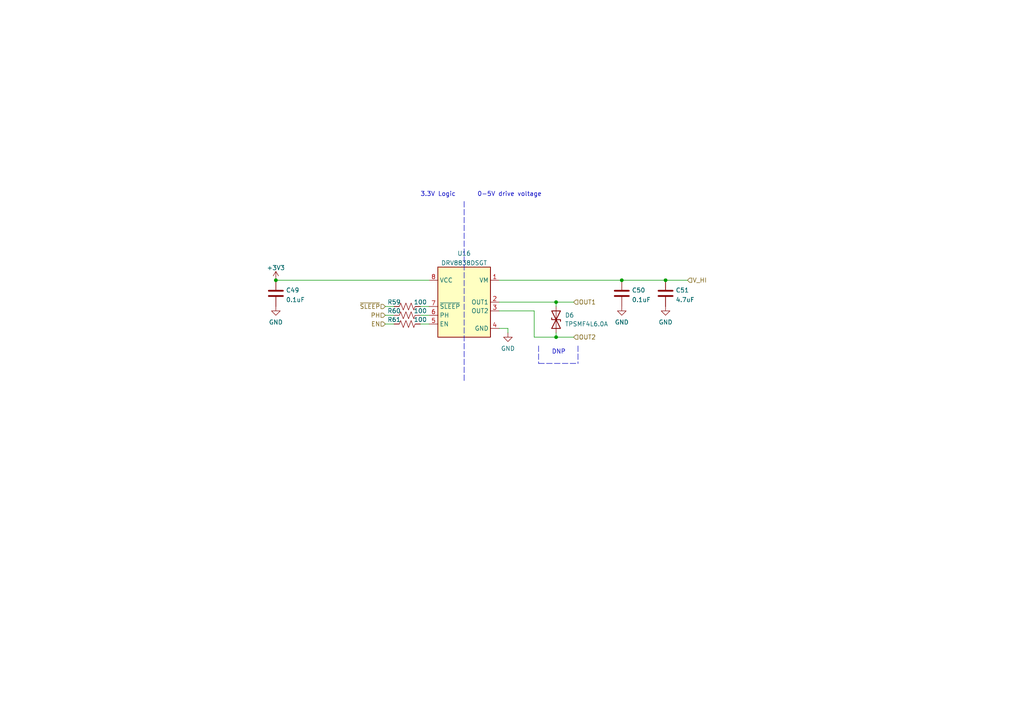
<source format=kicad_sch>
(kicad_sch (version 20211123) (generator eeschema)
  (paper "A4")
  (lib_symbols
    (symbol "Device:C" (pin_numbers hide) (pin_names (offset 0.254))
      (property "Reference" "C" (at 0.635 2.54 0))
      (property "Value" "C" (at 0.635 -2.54 0))
      (symbol "C_0_1"
        (polyline (pts (xy -2.032 -0.762) (xy 2.032 -0.762)) (stroke (width 0.508)))
        (polyline (pts (xy -2.032 0.762) (xy 2.032 0.762)) (stroke (width 0.508)))
      )
      (symbol "C_1_1"
        (pin passive line (at 0 3.81 270) (length 2.794) (name "~") (number "1"))
        (pin passive line (at 0 -3.81 90) (length 2.794) (name "~") (number "2"))
      )
    )
    (symbol "Device:D_TVS" (pin_numbers hide) (pin_names (offset 1.016) hide)
      (property "Reference" "D" (at 0 2.54 0))
      (property "Value" "D_TVS" (at 0 -2.54 0))
      (symbol "D_TVS_0_1"
        (polyline (pts (xy 1.27 0) (xy -1.27 0)))
        (polyline (pts (xy 0.508 1.27) (xy 0 1.27) (xy 0 -1.27) (xy -0.508 -1.27)) (stroke (width 0.254)))
        (polyline (pts (xy -2.54 1.27) (xy -2.54 -1.27) (xy 2.54 1.27) (xy 2.54 -1.27) (xy -2.54 1.27)) (stroke (width 0.254)))
      )
      (symbol "D_TVS_1_1"
        (pin passive line (at -3.81 0 0) (length 2.54) (name "A1") (number "1"))
        (pin passive line (at 3.81 0 180) (length 2.54) (name "A2") (number "2"))
      )
    )
    (symbol "Device:R_US" (pin_numbers hide) (pin_names (offset 0))
      (property "Reference" "R" (at 2.54 0 90))
      (property "Value" "R_US" (at -2.54 0 90))
      (symbol "R_US_0_1"
        (polyline (pts (xy 0 -2.286) (xy 0 -2.54)))
        (polyline (pts (xy 0 2.286) (xy 0 2.54)))
        (polyline (pts (xy 0 -0.762) (xy 1.016 -1.143) (xy 0 -1.524) (xy -1.016 -1.905) (xy 0 -2.286)))
        (polyline (pts (xy 0 0.762) (xy 1.016 0.381) (xy 0 0) (xy -1.016 -0.381) (xy 0 -0.762)))
        (polyline (pts (xy 0 2.286) (xy 1.016 1.905) (xy 0 1.524) (xy -1.016 1.143) (xy 0 0.762)))
      )
      (symbol "R_US_1_1"
        (pin passive line (at 0 3.81 270) (length 1.27) (name "~") (number "1"))
        (pin passive line (at 0 -3.81 90) (length 1.27) (name "~") (number "2"))
      )
    )
    (symbol "magnetotorquer-test-board:DRV8838DSGT"
      (property "Reference" "U" (at 0 13.97 0))
      (property "Value" "DRV8838DSGT" (at 0 11.43 0))
      (symbol "DRV8838DSGT_0_1"
        (rectangle (start -7.62 10.16) (end 7.62 -10.16) (stroke (width 0.254)) (fill (type background)))
      )
      (symbol "DRV8838DSGT_1_1"
        (pin power_in line (at 10.16 6.35 180) (length 2.54) (name "VM") (number "1"))
        (pin output line (at 10.16 0 180) (length 2.54) (name "OUT1") (number "2"))
        (pin output line (at 10.16 -2.54 180) (length 2.54) (name "OUT2") (number "3"))
        (pin power_in line (at 10.16 -7.62 180) (length 2.54) (name "GND") (number "4"))
        (pin input line (at -10.16 -6.35 0) (length 2.54) (name "EN") (number "5"))
        (pin input line (at -10.16 -3.81 0) (length 2.54) (name "PH") (number "6"))
        (pin input line (at -10.16 -1.27 0) (length 2.54) (name "~{SLEEP}") (number "7"))
        (pin power_in line (at -10.16 6.35 0) (length 2.54) (name "VCC") (number "8"))
        (pin passive line (at 10.16 -7.62 180) (length 2.54) hide (name "GND") (number "9"))
      )
    )
    (symbol "power:+3.3V" (power) (pin_names (offset 0))
      (property "Value" "+3.3V" (at 0 3.556 0))
      (symbol "+3.3V_0_1"
        (polyline (pts (xy -0.762 1.27) (xy 0 2.54)))
        (polyline (pts (xy 0 0) (xy 0 2.54)))
        (polyline (pts (xy 0 2.54) (xy 0.762 1.27)))
      )
      (symbol "+3.3V_1_1"
        (pin power_in line (at 0 0 90) (length 0) hide (name "+3V3") (number "1"))
      )
    )
    (symbol "power:GND" (power) (pin_names (offset 0))
      (property "Value" "GND" (at 0 -3.81 0))
      (symbol "GND_0_1"
        (polyline (pts (xy 0 0) (xy 0 -1.27) (xy 1.27 -1.27) (xy 0 -2.54) (xy -1.27 -1.27) (xy 0 -1.27)))
      )
      (symbol "GND_1_1"
        (pin power_in line (at 0 0 270) (length 0) hide (name "GND") (number "1"))
      )
    )
  )
  (junction (at 80.01 81.28))
  (junction (at 193.04 81.28))
  (junction (at 180.34 81.28))
  (junction (at 161.29 87.63))
  (junction (at 161.29 97.79))
  (polyline (pts (xy 167.64 100.33) (xy 167.64 105.41)))
  (wire (pts (xy 111.76 91.44) (xy 114.3 91.44)))
  (wire (pts (xy 111.76 93.98) (xy 114.3 93.98)))
  (wire (pts (xy 121.92 91.44) (xy 124.46 91.44)))
  (wire (pts (xy 80.01 81.28) (xy 124.46 81.28)))
  (wire (pts (xy 161.29 97.79) (xy 166.37 97.79)))
  (wire (pts (xy 161.29 96.52) (xy 161.29 97.79)))
  (wire (pts (xy 161.29 87.63) (xy 166.37 87.63)))
  (wire (pts (xy 154.94 97.79) (xy 161.29 97.79)))
  (wire (pts (xy 180.34 81.28) (xy 193.04 81.28)))
  (wire (pts (xy 121.92 93.98) (xy 124.46 93.98)))
  (wire (pts (xy 161.29 87.63) (xy 161.29 88.9)))
  (wire (pts (xy 144.78 81.28) (xy 180.34 81.28)))
  (wire (pts (xy 193.04 81.28) (xy 199.39 81.28)))
  (wire (pts (xy 144.78 87.63) (xy 161.29 87.63)))
  (polyline (pts (xy 134.62 58.42) (xy 134.62 110.49)))
  (wire (pts (xy 147.32 95.25) (xy 147.32 96.52)))
  (wire (pts (xy 154.94 90.17) (xy 154.94 97.79)))
  (polyline (pts (xy 156.21 105.41) (xy 167.64 105.41)))
  (wire (pts (xy 144.78 95.25) (xy 147.32 95.25)))
  (wire (pts (xy 144.78 90.17) (xy 154.94 90.17)))
  (wire (pts (xy 121.92 88.9) (xy 124.46 88.9)))
  (wire (pts (xy 111.76 88.9) (xy 114.3 88.9)))
  (polyline (pts (xy 156.21 100.33) (xy 156.21 105.41)))
  (text "0-5V drive voltage" (at 138.43 57.15 0) (effects (font (size 1.27 1.27)) (justify left bottom)))
  (text "DNP" (at 160.02 102.87 0) (effects (font (size 1.27 1.27)) (justify left bottom)))
  (text "3.3V Logic" (at 121.92 57.15 0) (effects (font (size 1.27 1.27)) (justify left bottom)))
  (hierarchical_label "~{SLEEP}" (shape input) (at 111.76 88.9 180))
  (hierarchical_label "PH" (shape input) (at 111.76 91.44 180))
  (hierarchical_label "OUT2" (shape input) (at 166.37 97.79 0))
  (hierarchical_label "EN" (shape input) (at 111.76 93.98 180))
  (hierarchical_label "OUT1" (shape input) (at 166.37 87.63 0))
  (hierarchical_label "V_HI" (shape input) (at 199.39 81.28 0))
  (symbol (lib_id "power:GND") (at 80.01 88.9 0) (unit 1)
    (property "Reference" "#PWR044" (effects hide))
    (property "Value" "GND" (at 80.01 93.4625 0))
  )
  (symbol (lib_id "Device:D_TVS") (at 161.29 92.71 90) (unit 1)
    (property "Reference" "D6" (at 163.83 91.4399 90) (effects (justify right)))
    (property "Value" "TPSMF4L6.0A" (at 163.83 93.9799 90) (effects (justify right)))
    (property "Footprint" "Diode_SMD:D_SOD-123F" (effects hide))
    (property "Datasheet" "TPSMF4L6.0A" (effects hide))
  )
  (symbol (lib_id "Device:C") (at 80.01 85.09 0) (unit 1)
    (property "Reference" "C49" (at 82.931 84.1815 0) (effects (justify left)))
    (property "Value" "0.1uF" (at 82.931 86.9566 0) (effects (justify left)))
    (property "Footprint" "Capacitor_SMD:C_0603_1608Metric" (effects hide))
  )
  (symbol (lib_id "Device:R_US") (at 118.11 91.44 90) (unit 1)
    (property "Reference" "R60" (at 114.3 90.17 90))
    (property "Value" "100" (at 121.92 90.17 90))
    (property "Footprint" "Resistor_SMD:R_0603_1608Metric" (effects hide))
  )
  (symbol (lib_id "power:GND") (at 193.04 88.9 0) (unit 1)
    (property "Reference" "#PWR047" (effects hide))
    (property "Value" "GND" (at 193.04 93.4625 0))
  )
  (symbol (lib_id "power:GND") (at 147.32 96.52 0) (unit 1)
    (property "Reference" "#PWR045" (effects hide))
    (property "Value" "GND" (at 147.32 101.0825 0))
  )
  (symbol (lib_id "power:GND") (at 180.34 88.9 0) (unit 1)
    (property "Reference" "#PWR046" (effects hide))
    (property "Value" "GND" (at 180.34 93.4625 0))
  )
  (symbol (lib_id "Device:R_US") (at 118.11 93.98 90) (unit 1)
    (property "Reference" "R61" (at 114.3 92.71 90))
    (property "Value" "100" (at 121.92 92.71 90))
    (property "Footprint" "Resistor_SMD:R_0603_1608Metric" (effects hide))
  )
  (symbol (lib_id "magnetotorquer-test-board:DRV8838DSGT") (at 134.62 87.63 0) (unit 1)
    (property "Reference" "U16" (at 134.62 73.5035 0))
    (property "Value" "DRV8838DSGT" (at 134.62 76.2786 0))
    (property "Footprint" "Package_SON:WSON-8-1EP_2x2mm_P0.5mm_EP0.9x1.6mm" (effects hide))
  )
  (symbol (lib_id "Device:R_US") (at 118.11 88.9 90) (unit 1)
    (property "Reference" "R59" (at 114.3 87.63 90))
    (property "Value" "100" (at 121.92 87.63 90))
    (property "Footprint" "Resistor_SMD:R_0603_1608Metric" (effects hide))
  )
  (symbol (lib_id "power:+3.3V") (at 80.01 81.28 0) (unit 1)
    (property "Reference" "#PWR043" (effects hide))
    (property "Value" "+3.3V" (at 80.01 77.6755 0))
  )
  (symbol (lib_id "Device:C") (at 180.34 85.09 0) (unit 1)
    (property "Reference" "C50" (at 183.261 84.1815 0) (effects (justify left)))
    (property "Value" "0.1uF" (at 183.261 86.9566 0) (effects (justify left)))
    (property "Footprint" "Capacitor_SMD:C_0603_1608Metric" (effects hide))
  )
  (symbol (lib_id "Device:C") (at 193.04 85.09 0) (unit 1)
    (property "Reference" "C51" (at 195.961 84.1815 0) (effects (justify left)))
    (property "Value" "4.7uF" (at 195.961 86.9566 0) (effects (justify left)))
    (property "Footprint" "Capacitor_SMD:C_0805_2012Metric" (effects hide))
  )
)
</source>
